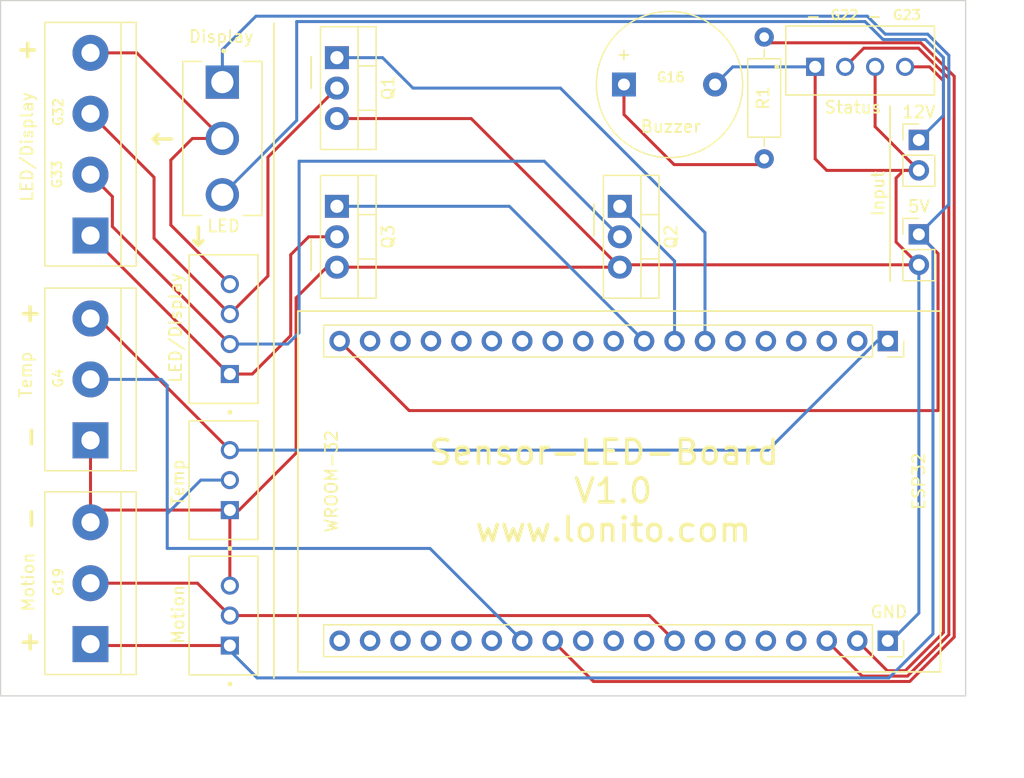
<source format=kicad_pcb>
(kicad_pcb (version 20211014) (generator pcbnew)
  (layers (0 "F.Cu" signal) (31 "B.Cu" signal) (34 "B.Paste" user) (35 "F.Paste" user) (36 "B.SilkS" user "B.Silkscreen") (37 "F.SilkS" user "F.Silkscreen") (38 "B.Mask" user) (39 "F.Mask" user) (44 "Edge.Cuts" user))
  (net 0 "")
  (net 1 "Net-(5Vx1-Pad1)")
  (net 2 "Net-(12Vx1-Pad2)")
  (net 3 "Net-(12Vx1-Pad1)")
  (net 4 "Net-(ESP32-2-Pad1)")
  (net 5 "Net-(ESP32-1-Pad2)")
  (net 6 "Net-(ESP32-1-Pad3)")
  (net 11 "Net-(ESP32-1-Pad8)")
  (net 23 "Net-(ESP32-2-Pad7)")
  (net 24 "Net-(ESP32-2-Pad8)")
  (net 25 "Net-(ESP32-2-Pad9)")
  (net 35 "Net-(J3-Pad1)")
  (net 36 "Net-(ESP32-1-Pad13)")
  (net 37 "Net-(J3-Pad2)")
  (net 38 "Net-(J3-Pad3)")
  (net 39 "Net-(J3-Pad4)")
  (net 40 "Net-(BZ1-Pad1)")
  (net 44 "Net-(ESP32-1-Pad12)")
  (footprint "B4B-XH-A_LF__SN_:JST_B4B-XH-A(LF)(SN)" (layer "F.Cu") (at 40.8 47.5 90)
    (fp_text reference "LED/Display" (at 0.1 -4 90) (layer "F.SilkS"))
    (fp_text value "B4B-XH-A(LF)(SN)")
    (fp_line (start 6.2 2.875) (end -6.2 2.875) (layer "F.SilkS") (width 0.127))
    (fp_line (start 6.2 -2.875) (end 6.2 2.875) (layer "F.SilkS") (width 0.127))
    (fp_line (start -6.2 -2.875) (end 6.2 -2.875) (layer "F.SilkS") (width 0.127))
    (fp_line (start -6.2 2.875) (end -6.2 -2.875) (layer "F.SilkS") (width 0.127))
    (fp_circle (center -6.95 0.525) (end -6.85 0.525) (layer "F.SilkS") (width 0.2) (fill none))
    (pad "1" thru_hole rect locked (at -3.75 0.525 90) (size 1.508 1.508) (drill 1) (layers *.Cu *.Mask) (net 35 "Net-(J3-Pad1)"))
    (pad "2" thru_hole circle locked (at -1.25 0.525 90) (size 1.508 1.508) (drill 1) (layers *.Cu *.Mask) (net 37 "Net-(J3-Pad2)"))
    (pad "3" thru_hole circle locked (at 1.25 0.525 90) (size 1.508 1.508) (drill 1) (layers *.Cu *.Mask) (net 38 "Net-(J3-Pad3)"))
    (pad "4" thru_hole circle locked (at 3.75 0.525 90) (size 1.508 1.508) (drill 1) (layers *.Cu *.Mask) (net 39 "Net-(J3-Pad4)"))
  )
  (footprint "B4B-XH-A_LF__SN_:JST_B4B-XH-A(LF)(SN)" (layer "F.Cu") (at 93.9 25.1)
    (fp_text reference "Status" (at -0.6 3.9) (layer "F.SilkS"))
    (fp_text value "B4B-XH-A(LF)(SN)")
    (fp_line (start 6.2 -2.875) (end 6.2 2.875) (layer "F.SilkS") (width 0.127))
    (fp_line (start 6.2 2.875) (end -6.2 2.875) (layer "F.SilkS") (width 0.127))
    (fp_line (start -6.2 -2.875) (end 6.2 -2.875) (layer "F.SilkS") (width 0.127))
    (fp_line (start -6.2 2.875) (end -6.2 -2.875) (layer "F.SilkS") (width 0.127))
    (fp_circle (center -6.95 0.525) (end -6.85 0.525) (layer "F.SilkS") (width 0.2) (fill none))
    (pad "1" thru_hole rect locked (at -3.75 0.525) (size 1.508 1.508) (drill 1) (layers *.Cu *.Mask) (net 2 "Net-(12Vx1-Pad2)"))
    (pad "2" thru_hole circle locked (at -1.25 0.525) (size 1.508 1.508) (drill 1) (layers *.Cu *.Mask) (net 6 "Net-(ESP32-1-Pad3)"))
    (pad "3" thru_hole circle locked (at 1.25 0.525) (size 1.508 1.508) (drill 1) (layers *.Cu *.Mask) (net 2 "Net-(12Vx1-Pad2)"))
    (pad "4" thru_hole circle locked (at 3.75 0.525) (size 1.508 1.508) (drill 1) (layers *.Cu *.Mask) (net 5 "Net-(ESP32-1-Pad2)"))
  )
  (footprint "Connector_PinHeader_2.54mm:PinHeader_1x02_P2.54mm_Vertical" (layer "F.Cu") (at 98.8 31.725)
    (fp_text reference "12V" (at 0 -2.33) (layer "F.SilkS"))
    (fp_text value "12V")
    (fp_line (start 1.33 1.27) (end 1.33 3.87) (layer "F.SilkS") (width 0.12))
    (fp_line (start -1.33 0) (end -1.33 -1.33) (layer "F.SilkS") (width 0.12))
    (fp_line (start -1.33 -1.33) (end 0 -1.33) (layer "F.SilkS") (width 0.12))
    (fp_line (start -1.33 1.27) (end -1.33 3.87) (layer "F.SilkS") (width 0.12))
    (fp_line (start -1.33 1.27) (end 1.33 1.27) (layer "F.SilkS") (width 0.12))
    (fp_line (start -1.33 3.87) (end 1.33 3.87) (layer "F.SilkS") (width 0.12))
    (pad "1" thru_hole rect (at 0 0) (size 1.7 1.7) (drill 1) (layers *.Cu *.Mask) (net 3 "Net-(12Vx1-Pad1)"))
    (pad "2" thru_hole oval (at 0 2.54) (size 1.7 1.7) (drill 1) (layers *.Cu *.Mask) (net 2 "Net-(12Vx1-Pad2)"))
  )
  (footprint "Connector_PinSocket_2.54mm:PinSocket_1x19_P2.54mm_Vertical" (layer "F.Cu") (at 96.2 48.5 -90)
    (fp_text reference "ESP32" (at 11.7 -2.6 90) (layer "F.SilkS"))
    (fp_text value "Conn_01x19_Female_Esp32-2")
    (fp_line (start 1.33 -1.33) (end 1.33 0) (layer "F.SilkS") (width 0.12))
    (fp_line (start -1.33 1.27) (end 1.33 1.27) (layer "F.SilkS") (width 0.12))
    (fp_line (start -1.33 47.05) (end 1.33 47.05) (layer "F.SilkS") (width 0.12))
    (fp_line (start 1.33 1.27) (end 1.33 47.05) (layer "F.SilkS") (width 0.12))
    (fp_line (start 0 -1.33) (end 1.33 -1.33) (layer "F.SilkS") (width 0.12))
    (fp_line (start -1.33 1.27) (end -1.33 47.05) (layer "F.SilkS") (width 0.12))
    (pad "1" thru_hole rect (at 0 0 270) (size 1.7 1.7) (drill 1) (layers *.Cu *.Mask) (net 4 "Net-(ESP32-2-Pad1)"))
    (pad "2" thru_hole oval (at 0 2.54 270) (size 1.7 1.7) (drill 1) (layers *.Cu *.Mask))
    (pad "3" thru_hole oval (at 0 5.08 270) (size 1.7 1.7) (drill 1) (layers *.Cu *.Mask))
    (pad "4" thru_hole oval (at 0 7.62 270) (size 1.7 1.7) (drill 1) (layers *.Cu *.Mask))
    (pad "5" thru_hole oval (at 0 10.16 270) (size 1.7 1.7) (drill 1) (layers *.Cu *.Mask))
    (pad "6" thru_hole oval (at 0 12.7 270) (size 1.7 1.7) (drill 1) (layers *.Cu *.Mask))
    (pad "7" thru_hole oval (at 0 15.24 270) (size 1.7 1.7) (drill 1) (layers *.Cu *.Mask) (net 23 "Net-(ESP32-2-Pad7)"))
    (pad "8" thru_hole oval (at 0 17.78 270) (size 1.7 1.7) (drill 1) (layers *.Cu *.Mask) (net 24 "Net-(ESP32-2-Pad8)"))
    (pad "9" thru_hole oval (at 0 20.32 270) (size 1.7 1.7) (drill 1) (layers *.Cu *.Mask) (net 25 "Net-(ESP32-2-Pad9)"))
    (pad "10" thru_hole oval (at 0 22.86 270) (size 1.7 1.7) (drill 1) (layers *.Cu *.Mask))
    (pad "11" thru_hole oval (at 0 25.4 270) (size 1.7 1.7) (drill 1) (layers *.Cu *.Mask))
    (pad "12" thru_hole oval (at 0 27.94 270) (size 1.7 1.7) (drill 1) (layers *.Cu *.Mask))
    (pad "13" thru_hole oval (at 0 30.48 270) (size 1.7 1.7) (drill 1) (layers *.Cu *.Mask))
    (pad "14" thru_hole oval (at 0 33.02 270) (size 1.7 1.7) (drill 1) (layers *.Cu *.Mask))
    (pad "15" thru_hole oval (at 0 35.56 270) (size 1.7 1.7) (drill 1) (layers *.Cu *.Mask))
    (pad "16" thru_hole oval (at 0 38.1 270) (size 1.7 1.7) (drill 1) (layers *.Cu *.Mask))
    (pad "17" thru_hole oval (at 0 40.64 270) (size 1.7 1.7) (drill 1) (layers *.Cu *.Mask))
    (pad "18" thru_hole oval (at 0 43.18 270) (size 1.7 1.7) (drill 1) (layers *.Cu *.Mask))
    (pad "19" thru_hole oval (at 0 45.72 270) (size 1.7 1.7) (drill 1) (layers *.Cu *.Mask) (net 1 "Net-(5Vx1-Pad1)"))
  )
  (footprint "500SSP1S2M2QEA:SW_500SSP1S2M2QEA" (layer "F.Cu") (at 40.7 31.6 -90)
    (fp_text reference "SW1" hide)
    (fp_text value "SW_Push_SPDT")
    (fp_line (start -6.425 3.3) (end -6.425 1.75) (layer "F.SilkS") (width 0.127))
    (fp_line (start -6.425 -3.3) (end 6.425 -3.3) (layer "F.SilkS") (width 0.127))
    (fp_line (start 6.425 1.75) (end 6.425 3.3) (layer "F.SilkS") (width 0.127))
    (fp_line (start 6.425 3.3) (end -6.425 3.3) (layer "F.SilkS") (width 0.127))
    (fp_line (start 6.425 -3.3) (end 6.425 -1.75) (layer "F.SilkS") (width 0.127))
    (fp_line (start -6.425 -1.75) (end -6.425 -3.3) (layer "F.SilkS") (width 0.127))
    (fp_circle (center -7.3 -0.1) (end -7.2 -0.1) (layer "F.SilkS") (width 0.2) (fill none))
    (pad "1" thru_hole rect locked (at -4.7 0 270) (size 2.775 2.775) (drill 1.85) (layers *.Cu *.Mask) (net 1 "Net-(5Vx1-Pad1)"))
    (pad "2" thru_hole circle locked (at 0 0 270) (size 2.775 2.775) (drill 1.85) (layers *.Cu *.Mask) (net 39 "Net-(J3-Pad4)"))
    (pad "3" thru_hole circle locked (at 4.7 0 270) (size 2.775 2.775) (drill 1.85) (layers *.Cu *.Mask) (net 3 "Net-(12Vx1-Pad1)"))
  )
  (footprint "Buzzer_Beeper:Buzzer_12x9.5RM7.6" (layer "F.Cu") (at 74.2 27.1)
    (fp_text reference "Buzzer" (at 3.9 3.5) (layer "F.SilkS"))
    (fp_text value "Buzzer")
    (fp_text user "+" (at -0.01 -2.54) (layer "F.SilkS"))
    (fp_circle (center 3.8 0) (end 9.9 0) (layer "F.SilkS") (width 0.12) (fill none))
    (pad "1" thru_hole rect (at 0 0) (size 2 2) (drill 1) (layers *.Cu *.Mask) (net 40 "Net-(BZ1-Pad1)"))
    (pad "2" thru_hole circle (at 7.6 0) (size 2 2) (drill 1) (layers *.Cu *.Mask) (net 2 "Net-(12Vx1-Pad2)"))
  )
  (footprint "Connector_PinHeader_2.54mm:PinHeader_1x02_P2.54mm_Vertical" (layer "F.Cu") (at 98.8 39.6)
    (fp_text reference "5V" (at 0 -2.33) (layer "F.SilkS"))
    (fp_text value "Conn_01x02_Male")
    (fp_line (start -1.33 -1.33) (end 0 -1.33) (layer "F.SilkS") (width 0.12))
    (fp_line (start -1.33 1.27) (end -1.33 3.87) (layer "F.SilkS") (width 0.12))
    (fp_line (start -1.33 3.87) (end 1.33 3.87) (layer "F.SilkS") (width 0.12))
    (fp_line (start 1.33 1.27) (end 1.33 3.87) (layer "F.SilkS") (width 0.12))
    (fp_line (start -1.33 0) (end -1.33 -1.33) (layer "F.SilkS") (width 0.12))
    (fp_line (start -1.33 1.27) (end 1.33 1.27) (layer "F.SilkS") (width 0.12))
    (pad "1" thru_hole rect (at 0 0) (size 1.7 1.7) (drill 1) (layers *.Cu *.Mask) (net 1 "Net-(5Vx1-Pad1)"))
    (pad "2" thru_hole oval (at 0 2.54) (size 1.7 1.7) (drill 1) (layers *.Cu *.Mask) (net 2 "Net-(12Vx1-Pad2)"))
  )
  (footprint "B3B-XH-A_LF__SN_:JST_B3B-XH-A(LF)(SN)" (layer "F.Cu") (at 40.8 60.1 90)
    (fp_text reference "Temp" (at -0.2 -3.8 90) (layer "F.SilkS"))
    (fp_text value "Temp Sensor Out")
    (fp_line (start 4.95 2.875) (end -4.95 2.875) (layer "F.SilkS") (width 0.127))
    (fp_line (start -4.95 2.875) (end -4.95 -2.875) (layer "F.SilkS") (width 0.127))
    (fp_line (start 4.95 -2.875) (end 4.95 2.875) (layer "F.SilkS") (width 0.127))
    (fp_line (start -4.95 -2.875) (end 4.95 -2.875) (layer "F.SilkS") (width 0.127))
    (fp_circle (center -5.7 0.525) (end -5.6 0.525) (layer "F.SilkS") (width 0.2) (fill none))
    (pad "1" thru_hole rect locked (at -2.5 0.525 90) (size 1.508 1.508) (drill 1) (layers *.Cu *.Mask) (net 2 "Net-(12Vx1-Pad2)"))
    (pad "2" thru_hole circle locked (at 0 0.525 90) (size 1.508 1.508) (drill 1) (layers *.Cu *.Mask) (net 36 "Net-(ESP32-1-Pad13)"))
    (pad "3" thru_hole circle locked (at 2.5 0.525 90) (size 1.508 1.508) (drill 1) (layers *.Cu *.Mask) (net 4 "Net-(ESP32-2-Pad1)"))
  )
  (footprint "B3B-XH-A_LF__SN_:JST_B3B-XH-A(LF)(SN)" (layer "F.Cu") (at 40.8 71.4 90)
    (fp_text reference "Motion" (at 0.1 -3.8 90) (layer "F.SilkS"))
    (fp_text value "Motion Sensor Out")
    (fp_line (start -4.95 2.875) (end -4.95 -2.875) (layer "F.SilkS") (width 0.127))
    (fp_line (start -4.95 -2.875) (end 4.95 -2.875) (layer "F.SilkS") (width 0.127))
    (fp_line (start 4.95 -2.875) (end 4.95 2.875) (layer "F.SilkS") (width 0.127))
    (fp_line (start 4.95 2.875) (end -4.95 2.875) (layer "F.SilkS") (width 0.127))
    (fp_circle (center -5.7 0.525) (end -5.6 0.525) (layer "F.SilkS") (width 0.2) (fill none))
    (pad "1" thru_hole rect locked (at -2.5 0.525 90) (size 1.508 1.508) (drill 1) (layers *.Cu *.Mask) (net 1 "Net-(5Vx1-Pad1)"))
    (pad "2" thru_hole circle locked (at 0 0.525 90) (size 1.508 1.508) (drill 1) (layers *.Cu *.Mask) (net 11 "Net-(ESP32-1-Pad8)"))
    (pad "3" thru_hole circle locked (at 2.5 0.525 90) (size 1.508 1.508) (drill 1) (layers *.Cu *.Mask) (net 2 "Net-(12Vx1-Pad2)"))
  )
  (footprint "TerminalBlock:TerminalBlock_bornier-4_P5.08mm" (layer "F.Cu") (at 29.7 39.7 90)
    (fp_text reference "LED/Display" (at 7.4 -5.3 90) (layer "F.SilkS"))
    (fp_text value "Screw_Terminal_01x04")
    (fp_line (start -2.54 -3.81) (end -2.54 3.81) (layer "F.SilkS") (width 0.12))
    (fp_line (start -2.54 3.81) (end 17.78 3.81) (layer "F.SilkS") (width 0.12))
    (fp_line (start 17.78 3.81) (end 17.78 -3.81) (layer "F.SilkS") (width 0.12))
    (fp_line (start 17.78 2.54) (end -2.54 2.54) (layer "F.SilkS") (width 0.12))
    (fp_line (start -2.54 -3.81) (end 17.78 -3.81) (layer "F.SilkS") (width 0.12))
    (pad "1" thru_hole rect (at 0 0 90) (size 3 3) (drill 1.52) (layers *.Cu *.Mask) (net 35 "Net-(J3-Pad1)"))
    (pad "2" thru_hole circle (at 5.08 0 90) (size 3 3) (drill 1.52) (layers *.Cu *.Mask) (net 37 "Net-(J3-Pad2)"))
    (pad "3" thru_hole circle (at 10.16 0 90) (size 3 3) (drill 1.52) (layers *.Cu *.Mask) (net 38 "Net-(J3-Pad3)"))
    (pad "4" thru_hole circle (at 15.24 0 90) (size 3 3) (drill 1.52) (layers *.Cu *.Mask) (net 39 "Net-(J3-Pad4)"))
  )
  (footprint "Connector_PinSocket_2.54mm:PinSocket_1x19_P2.54mm_Vertical" (layer "F.Cu") (at 96.2 73.5 -90)
    (fp_text reference "WROOM-32" (at -13.3 46.4 90) (layer "F.SilkS"))
    (fp_text value "Conn_01x19_Female_Esp32-1")
    (fp_line (start -1.33 1.27) (end 1.33 1.27) (layer "F.SilkS") (width 0.12))
    (fp_line (start 0 -1.33) (end 1.33 -1.33) (layer "F.SilkS") (width 0.12))
    (fp_line (start 1.33 1.27) (end 1.33 47.05) (layer "F.SilkS") (width 0.12))
    (fp_line (start 1.33 -1.33) (end 1.33 0) (layer "F.SilkS") (width 0.12))
    (fp_line (start -1.33 1.27) (end -1.33 47.05) (layer "F.SilkS") (width 0.12))
    (fp_line (start -1.33 47.05) (end 1.33 47.05) (layer "F.SilkS") (width 0.12))
    (pad "1" thru_hole rect (at 0 0 270) (size 1.7 1.7) (drill 1) (layers *.Cu *.Mask) (net 2 "Net-(12Vx1-Pad2)"))
    (pad "2" thru_hole oval (at 0 2.54 270) (size 1.7 1.7) (drill 1) (layers *.Cu *.Mask) (net 5 "Net-(ESP32-1-Pad2)"))
    (pad "3" thru_hole oval (at 0 5.08 270) (size 1.7 1.7) (drill 1) (layers *.Cu *.Mask) (net 6 "Net-(ESP32-1-Pad3)"))
    (pad "4" thru_hole oval (at 0 7.62 270) (size 1.7 1.7) (drill 1) (layers *.Cu *.Mask))
    (pad "5" thru_hole oval (at 0 10.16 270) (size 1.7 1.7) (drill 1) (layers *.Cu *.Mask))
    (pad "6" thru_hole oval (at 0 12.7 270) (size 1.7 1.7) (drill 1) (layers *.Cu *.Mask))
    (pad "7" thru_hole oval (at 0 15.24 270) (size 1.7 1.7) (drill 1) (layers *.Cu *.Mask))
    (pad "8" thru_hole oval (at 0 17.78 270) (size 1.7 1.7) (drill 1) (layers *.Cu *.Mask) (net 11 "Net-(ESP32-1-Pad8)"))
    (pad "9" thru_hole oval (at 0 20.32 270) (size 1.7 1.7) (drill 1) (layers *.Cu *.Mask))
    (pad "10" thru_hole oval (at 0 22.86 270) (size 1.7 1.7) (drill 1) (layers *.Cu *.Mask))
    (pad "11" thru_hole oval (at 0 25.4 270) (size 1.7 1.7) (drill 1) (layers *.Cu *.Mask))
    (pad "12" thru_hole oval (at 0 27.94 270) (size 1.7 1.7) (drill 1) (layers *.Cu *.Mask) (net 44 "Net-(ESP32-1-Pad12)"))
    (pad "13" thru_hole oval (at 0 30.48 270) (size 1.7 1.7) (drill 1) (layers *.Cu *.Mask) (net 36 "Net-(ESP32-1-Pad13)"))
    (pad "14" thru_hole oval (at 0 33.02 270) (size 1.7 1.7) (drill 1) (layers *.Cu *.Mask))
    (pad "15" thru_hole oval (at 0 35.56 270) (size 1.7 1.7) (drill 1) (layers *.Cu *.Mask))
    (pad "16" thru_hole oval (at 0 38.1 270) (size 1.7 1.7) (drill 1) (layers *.Cu *.Mask))
    (pad "17" thru_hole oval (at 0 40.64 270) (size 1.7 1.7) (drill 1) (layers *.Cu *.Mask))
    (pad "18" thru_hole oval (at 0 43.18 270) (size 1.7 1.7) (drill 1) (layers *.Cu *.Mask))
    (pad "19" thru_hole oval (at 0 45.72 270) (size 1.7 1.7) (drill 1) (layers *.Cu *.Mask))
  )
  (footprint "Package_TO_SOT_THT:TO-220-3_Vertical" (layer "F.Cu") (at 50.255 37.26 -90)
    (fp_text reference "Q3" (at 2.54 -4.27 90) (layer "F.SilkS"))
    (fp_text value "IRLZ34N")
    (fp_line (start 4.391 -3.27) (end 4.391 -1.76) (layer "F.SilkS") (width 0.12))
    (fp_line (start -2.58 -3.27) (end 7.66 -3.27) (layer "F.SilkS") (width 0.12))
    (fp_line (start -2.58 1.371) (end 7.66 1.371) (layer "F.SilkS") (width 0.12))
    (fp_line (start -2.58 -3.27) (end -2.58 1.371) (layer "F.SilkS") (width 0.12))
    (fp_line (start 0.69 -3.27) (end 0.69 -1.76) (layer "F.SilkS") (width 0.12))
    (fp_line (start 7.66 -3.27) (end 7.66 1.371) (layer "F.SilkS") (width 0.12))
    (fp_line (start -2.58 -1.76) (end 7.66 -1.76) (layer "F.SilkS") (width 0.12))
    (pad "1" thru_hole rect (at 0 0 270) (size 1.905 2) (drill 1.1) (layers *.Cu *.Mask) (net 25 "Net-(ESP32-2-Pad9)"))
    (pad "2" thru_hole oval (at 2.54 0 270) (size 1.905 2) (drill 1.1) (layers *.Cu *.Mask) (net 35 "Net-(J3-Pad1)"))
    (pad "3" thru_hole oval (at 5.08 0 270) (size 1.905 2) (drill 1.1) (layers *.Cu *.Mask) (net 2 "Net-(12Vx1-Pad2)"))
  )
  (footprint "Package_TO_SOT_THT:TO-220-3_Vertical" (layer "F.Cu") (at 50.255 24.86 -90)
    (fp_text reference "Q1" (at 2.54 -4.27 90) (layer "F.SilkS"))
    (fp_text value "IRLZ34N")
    (fp_line (start 4.391 -3.27) (end 4.391 -1.76) (layer "F.SilkS") (width 0.12))
    (fp_line (start -2.58 1.371) (end 7.66 1.371) (layer "F.SilkS") (width 0.12))
    (fp_line (start -2.58 -1.76) (end 7.66 -1.76) (layer "F.SilkS") (width 0.12))
    (fp_line (start -2.58 -3.27) (end 7.66 -3.27) (layer "F.SilkS") (width 0.12))
    (fp_line (start 0.69 -3.27) (end 0.69 -1.76) (layer "F.SilkS") (width 0.12))
    (fp_line (start -2.58 -3.27) (end -2.58 1.371) (layer "F.SilkS") (width 0.12))
    (fp_line (start 7.66 -3.27) (end 7.66 1.371) (layer "F.SilkS") (width 0.12))
    (pad "1" thru_hole rect (at 0 0 270) (size 1.905 2) (drill 1.1) (layers *.Cu *.Mask) (net 23 "Net-(ESP32-2-Pad7)"))
    (pad "2" thru_hole oval (at 2.54 0 270) (size 1.905 2) (drill 1.1) (layers *.Cu *.Mask) (net 38 "Net-(J3-Pad3)"))
    (pad "3" thru_hole oval (at 5.08 0 270) (size 1.905 2) (drill 1.1) (layers *.Cu *.Mask) (net 2 "Net-(12Vx1-Pad2)"))
  )
  (footprint "Package_TO_SOT_THT:TO-220-3_Vertical" (layer "F.Cu") (at 73.855 37.26 -90)
    (fp_text reference "Q2" (at 2.54 -4.27 90) (layer "F.SilkS"))
    (fp_text value "IRLZ34N")
    (fp_line (start 7.66 -3.27) (end 7.66 1.371) (layer "F.SilkS") (width 0.12))
    (fp_line (start -2.58 -3.27) (end 7.66 -3.27) (layer "F.SilkS") (width 0.12))
    (fp_line (start -2.58 1.371) (end 7.66 1.371) (layer "F.SilkS") (width 0.12))
    (fp_line (start 4.391 -3.27) (end 4.391 -1.76) (layer "F.SilkS") (width 0.12))
    (fp_line (start -2.58 -3.27) (end -2.58 1.371) (layer "F.SilkS") (width 0.12))
    (fp_line (start -2.58 -1.76) (end 7.66 -1.76) (layer "F.SilkS") (width 0.12))
    (fp_line (start 0.69 -3.27) (end 0.69 -1.76) (layer "F.SilkS") (width 0.12))
    (pad "1" thru_hole rect (at 0 0 270) (size 1.905 2) (drill 1.1) (layers *.Cu *.Mask) (net 24 "Net-(ESP32-2-Pad8)"))
    (pad "2" thru_hole oval (at 2.54 0 270) (size 1.905 2) (drill 1.1) (layers *.Cu *.Mask) (net 37 "Net-(J3-Pad2)"))
    (pad "3" thru_hole oval (at 5.08 0 270) (size 1.905 2) (drill 1.1) (layers *.Cu *.Mask) (net 2 "Net-(12Vx1-Pad2)"))
  )
  (footprint "TerminalBlock:TerminalBlock_bornier-3_P5.08mm" (layer "F.Cu") (at 29.7 73.78 90)
    (fp_text reference "Motion" (at 5.18 -5.2 90) (layer "F.SilkS"))
    (fp_text value "Screw_Terminal_01x03-1")
    (fp_line (start -2.54 -3.81) (end 12.7 -3.81) (layer "F.SilkS") (width 0.12))
    (fp_line (start -2.54 2.54) (end 12.7 2.54) (layer "F.SilkS") (width 0.12))
    (fp_line (start -2.54 3.81) (end 12.7 3.81) (layer "F.SilkS") (width 0.12))
    (fp_line (start 12.7 3.81) (end 12.7 -3.81) (layer "F.SilkS") (width 0.12))
    (fp_line (start -2.54 3.81) (end -2.54 -3.81) (layer "F.SilkS") (width 0.12))
    (pad "1" thru_hole rect (at 0 0 90) (size 3 3) (drill 1.52) (layers *.Cu *.Mask) (net 1 "Net-(5Vx1-Pad1)"))
    (pad "2" thru_hole circle (at 5.08 0 90) (size 3 3) (drill 1.52) (layers *.Cu *.Mask) (net 11 "Net-(ESP32-1-Pad8)"))
    (pad "3" thru_hole circle (at 10.16 0 90) (size 3 3) (drill 1.52) (layers *.Cu *.Mask) (net 2 "Net-(12Vx1-Pad2)"))
  )
  (footprint "TerminalBlock:TerminalBlock_bornier-3_P5.08mm" (layer "F.Cu") (at 29.7 56.78 90)
    (fp_text reference "Temp" (at 5.48 -5.4 90) (layer "F.SilkS"))
    (fp_text value "Screw_Terminal_01x03-2")
    (fp_line (start -2.54 3.81) (end -2.54 -3.81) (layer "F.SilkS") (width 0.12))
    (fp_line (start -2.54 -3.81) (end 12.7 -3.81) (layer "F.SilkS") (width 0.12))
    (fp_line (start -2.54 3.81) (end 12.7 3.81) (layer "F.SilkS") (width 0.12))
    (fp_line (start 12.7 3.81) (end 12.7 -3.81) (layer "F.SilkS") (width 0.12))
    (fp_line (start -2.54 2.54) (end 12.7 2.54) (layer "F.SilkS") (width 0.12))
    (pad "1" thru_hole rect (at 0 0 90) (size 3 3) (drill 1.52) (layers *.Cu *.Mask) (net 2 "Net-(12Vx1-Pad2)"))
    (pad "2" thru_hole circle (at 5.08 0 90) (size 3 3) (drill 1.52) (layers *.Cu *.Mask) (net 36 "Net-(ESP32-1-Pad13)"))
    (pad "3" thru_hole circle (at 10.16 0 90) (size 3 3) (drill 1.52) (layers *.Cu *.Mask) (net 4 "Net-(ESP32-2-Pad1)"))
  )
  (footprint "Resistor_THT:R_Axial_DIN0207_L6.3mm_D2.5mm_P10.16mm_Horizontal" (layer "F.Cu") (at 85.9 33.3 90)
    (fp_text reference "R1" (at 5.08 -0.1 90) (layer "F.SilkS"))
    (fp_text value "R")
    (fp_line (start 1.81 -1.37) (end 1.81 1.37) (layer "F.SilkS") (width 0.12))
    (fp_line (start 8.35 -1.37) (end 1.81 -1.37) (layer "F.SilkS") (width 0.12))
    (fp_line (start 8.35 1.37) (end 8.35 -1.37) (layer "F.SilkS") (width 0.12))
    (fp_line (start 1.04 0) (end 1.81 0) (layer "F.SilkS") (width 0.12))
    (fp_line (start 1.81 1.37) (end 8.35 1.37) (layer "F.SilkS") (width 0.12))
    (fp_line (start 9.12 0) (end 8.35 0) (layer "F.SilkS") (width 0.12))
    (pad "1" thru_hole circle (at 0 0 90) (size 1.6 1.6) (drill 0.8) (layers *.Cu *.Mask) (net 40 "Net-(BZ1-Pad1)"))
    (pad "2" thru_hole oval (at 10.16 0 90) (size 1.6 1.6) (drill 0.8) (layers *.Cu *.Mask) (net 44 "Net-(ESP32-1-Pad12)"))
  )
  (gr_line (start 48.1 24.8) (end 48.1 27.4) (layer "F.SilkS") (width 0.15))
  (gr_line (start 48.1 40) (end 48.1 42.6) (layer "F.SilkS") (width 0.15))
  (gr_line (start 71.7 37.1) (end 71.7 39.7) (layer "F.SilkS") (width 0.15))
  (gr_line (start 47 46) (end 100.6 46) (layer "F.SilkS") (width 0.15))
  (gr_line (start 45 22) (end 45 76.6) (layer "F.SilkS") (width 0.15))
  (gr_line (start 100.6 46) (end 100.6 76.1) (layer "F.SilkS") (width 0.15))
  (gr_line (start 100.6 76.1) (end 47 76.1) (layer "F.SilkS") (width 0.15))
  (gr_line (start 47 46) (end 47 76.1) (layer "F.SilkS") (width 0.15))
  (gr_line (start 96.4 28.9) (end 96.4 43.5) (layer "F.SilkS") (width 0.15))
  (gr_line (start 22.2 78.1) (end 22.2 20.1) (layer "Edge.Cuts") (width 0.1))
  (gr_line (start 22.2 20.1) (end 102.7 20.1) (layer "Edge.Cuts") (width 0.1))
  (gr_line (start 102.7 20.1) (end 102.7 78.1) (layer "Edge.Cuts") (width 0.1))
  (gr_line (start 102.7 78.1) (end 22.2 78.1) (layer "Edge.Cuts") (width 0.1))
  (gr_text "G33" (at 26.9 34.6 90) (layer "F.SilkS") (effects (font (size 0.8 0.8))))
  (gr_text "+" (at 24.66 46.1125) (layer "F.SilkS") (effects (font (size 1.5 1.5) (thickness 0.3))))
  (gr_text "-" (at 90 21.4) (layer "F.SilkS") (effects (font (size 1 1))))
  (gr_text "G23" (at 97.8 21.3) (layer "F.SilkS") (effects (font (size 0.8 0.8))))
  (gr_text "G19" (at 27 68.6 90) (layer "F.SilkS") (effects (font (size 0.8 0.8))))
  (gr_text "-" (at 95.1 21.4) (layer "F.SilkS") (effects (font (size 1 1))))
  (gr_text "G32" (at 27 29.4 90) (layer "F.SilkS") (effects (font (size 0.8 0.8))))
  (gr_text "LED" (at 40.8 38.9) (layer "F.SilkS") (effects (font (size 1 1))))
  (gr_text "-" (at 24.66 56.5125 90) (layer "F.SilkS") (effects (font (size 1.5 1.5) (thickness 0.3))))
  (gr_text "-\n" (at 24.66 63.3125 90) (layer "F.SilkS") (effects (font (size 1.5 1.5) (thickness 0.3))))
  (gr_text "GND" (at 96.3 71.1) (layer "F.SilkS") (effects (font (size 1 1))))
  (gr_text "Input" (at 95.4 36.2 90) (layer "F.SilkS") (effects (font (size 1 1))))
  (gr_text "G22" (at 92.6 21.3) (layer "F.SilkS") (effects (font (size 0.8 0.8))))
  (gr_text "G4" (at 27 51.6 90) (layer "F.SilkS") (effects (font (size 0.8 0.8))))
  (gr_text "Sensor-LED-Board \nV1.0\nwww.lonito.com" (at 73.3 61) (layer "F.SilkS") (effects (font (size 2 2) (thickness 0.3))))
  (gr_text "Display" (at 40.6 23.1) (layer "F.SilkS") (effects (font (size 1 1))))
  (gr_text "+" (at 24.66 73.5125) (layer "F.SilkS") (effects (font (size 1.5 1.5) (thickness 0.3))))
  (gr_text "+" (at 24.46 24.1125) (layer "F.SilkS") (effects (font (size 1.5 1.5) (thickness 0.3))))
  (gr_text "↓" (at 38.7 39.6) (layer "F.SilkS") (effects (font (size 2 2) (thickness 0.3))))
  (gr_text "G16" (at 78.1 26.5) (layer "F.SilkS") (effects (font (size 0.8 0.8))))
  (gr_text "←" (at 35.7 31.5) (layer "F.SilkS") (effects (font (size 2 2) (thickness 0.3))))
  (segment (start 29.82 73.9) (end 29.7 73.78) (width 0.25) (layer "F.Cu") (net 1))
  (segment (start 41.325 73.9) (end 29.82 73.9) (width 0.25) (layer "F.Cu") (net 1))
  (segment (start 98.8 39.6) (end 100.4 41.2) (width 0.25) (layer "F.Cu") (net 1))
  (segment (start 100.4 41.2) (end 100.4 54.3) (width 0.25) (layer "F.Cu") (net 1))
  (segment (start 100.4 54.3) (end 56.28 54.3) (width 0.25) (layer "F.Cu") (net 1))
  (segment (start 56.28 54.3) (end 50.48 48.5) (width 0.25) (layer "F.Cu") (net 1))
  (segment (start 99.975 72.925) (end 96.3 76.6) (width 0.25) (layer "B.Cu") (net 1))
  (segment (start 94.5 21.4) (end 96 22.9) (width 0.25) (layer "B.Cu") (net 1))
  (segment (start 98.8 39.6) (end 99.975 40.775) (width 0.25) (layer "B.Cu") (net 1))
  (segment (start 96 22.9) (end 99.536396 22.9) (width 0.25) (layer "B.Cu") (net 1))
  (segment (start 43.5 21.4) (end 94.5 21.4) (width 0.25) (layer "B.Cu") (net 1))
  (segment (start 99.975 40.775) (end 99.975 72.925) (width 0.25) (layer "B.Cu") (net 1))
  (segment (start 101.3 24.663604) (end 101.3 37.1) (width 0.25) (layer "B.Cu") (net 1))
  (segment (start 40.7 24.2) (end 43.5 21.4) (width 0.25) (layer "B.Cu") (net 1))
  (segment (start 101.3 37.1) (end 98.8 39.6) (width 0.25) (layer "B.Cu") (net 1))
  (segment (start 99.536396 22.9) (end 101.3 24.663604) (width 0.25) (layer "B.Cu") (net 1))
  (segment (start 41.325 74.325) (end 41.325 73.9) (width 0.25) (layer "B.Cu") (net 1))
  (segment (start 43.6 76.6) (end 41.325 74.325) (width 0.25) (layer "B.Cu") (net 1))
  (segment (start 40.7 26.9) (end 40.7 24.2) (width 0.25) (layer "B.Cu") (net 1))
  (segment (start 96.3 76.6) (end 43.6 76.6) (width 0.25) (layer "B.Cu") (net 1))
  (segment (start 96.9 40.24) (end 98.8 42.14) (width 0.25) (layer "F.Cu") (net 2))
  (segment (start 74.055 42.14) (end 73.855 42.34) (width 0.25) (layer "F.Cu") (net 2))
  (segment (start 90.15 25.625) (end 90.15 33.3) (width 0.25) (layer "F.Cu") (net 2))
  (segment (start 30.72 62.6) (end 29.7 63.62) (width 0.25) (layer "F.Cu") (net 2))
  (segment (start 50.255 29.94) (end 61.455 29.94) (width 0.25) (layer "F.Cu") (net 2))
  (segment (start 41.325 68.9) (end 41.325 62.6) (width 0.25) (layer "F.Cu") (net 2))
  (segment (start 61.455 29.94) (end 73.855 42.34) (width 0.25) (layer "F.Cu") (net 2))
  (segment (start 49.41 42.34) (end 50.255 42.34) (width 0.25) (layer "F.Cu") (net 2))
  (segment (start 29.7 63.62) (end 29.7 56.78) (width 0.25) (layer "F.Cu") (net 2))
  (segment (start 98.8 34.265) (end 95.15 30.615) (width 0.25) (layer "F.Cu") (net 2))
  (segment (start 95.15 30.615) (end 95.15 25.625) (width 0.25) (layer "F.Cu") (net 2))
  (segment (start 97.535 34.265) (end 96.9 34.9) (width 0.25) (layer "F.Cu") (net 2))
  (segment (start 91.115 34.265) (end 98.8 34.265) (width 0.25) (layer "F.Cu") (net 2))
  (segment (start 42.1 62.6) (end 46.85 57.85) (width 0.25) (layer "F.Cu") (net 2))
  (segment (start 98.8 42.14) (end 74.055 42.14) (width 0.25) (layer "F.Cu") (net 2))
  (segment (start 50.255 42.34) (end 73.855 42.34) (width 0.25) (layer "F.Cu") (net 2))
  (segment (start 90.15 33.3) (end 91.115 34.265) (width 0.25) (layer "F.Cu") (net 2))
  (segment (start 46.85 57.85) (end 46.85 44.9) (width 0.25) (layer "F.Cu") (net 2))
  (segment (start 96.9 34.9) (end 96.9 40.24) (width 0.25) (layer "F.Cu") (net 2))
  (segment (start 41.325 62.6) (end 42.1 62.6) (width 0.25) (layer "F.Cu") (net 2))
  (segment (start 98.8 34.265) (end 97.535 34.265) (width 0.25) (layer "F.Cu") (net 2))
  (segment (start 46.85 44.9) (end 49.41 42.34) (width 0.25) (layer "F.Cu") (net 2))
  (segment (start 41.325 62.6) (end 30.72 62.6) (width 0.25) (layer "F.Cu") (net 2))
  (segment (start 90.15 25.625) (end 83.275 25.625) (width 0.25) (layer "B.Cu") (net 2))
  (segment (start 96.5 73.5) (end 96.2 73.5) (width 0.25) (layer "B.Cu") (net 2))
  (segment (start 98.8 71.2) (end 96.5 73.5) (width 0.25) (layer "B.Cu") (net 2))
  (segment (start 83.275 25.625) (end 81.8 27.1) (width 0.25) (layer "B.Cu") (net 2))
  (segment (start 98.8 42.14) (end 98.8 71.2) (width 0.25) (layer "B.Cu") (net 2))
  (segment (start 95.813604 23.35) (end 94.313604 21.85) (width 0.25) (layer "B.Cu") (net 3))
  (segment (start 100.85 29.675) (end 100.85 24.85) (width 0.25) (layer "B.Cu") (net 3))
  (segment (start 100.85 24.85) (end 99.35 23.35) (width 0.25) (layer "B.Cu") (net 3))
  (segment (start 46.9 30.1) (end 40.7 36.3) (width 0.25) (layer "B.Cu") (net 3))
  (segment (start 94.313604 21.85) (end 46.9 21.85) (width 0.25) (layer "B.Cu") (net 3))
  (segment (start 98.8 31.725) (end 100.85 29.675) (width 0.25) (layer "B.Cu") (net 3))
  (segment (start 46.9 21.85) (end 46.9 30.1) (width 0.25) (layer "B.Cu") (net 3))
  (segment (start 99.35 23.35) (end 95.813604 23.35) (width 0.25) (layer "B.Cu") (net 3))
  (segment (start 30.345 46.62) (end 29.7 46.62) (width 0.25) (layer "F.Cu") (net 4))
  (segment (start 41.325 57.6) (end 30.345 46.62) (width 0.25) (layer "F.Cu") (net 4))
  (segment (start 86.221701 57.6) (end 95.321701 48.5) (width 0.25) (layer "B.Cu") (net 4))
  (segment (start 95.321701 48.5) (end 96.2 48.5) (width 0.25) (layer "B.Cu") (net 4))
  (segment (start 41.325 57.6) (end 86.221701 57.6) (width 0.25) (layer "B.Cu") (net 4))
  (segment (start 97.65 25.625) (end 99.688604 25.625) (width 0.25) (layer "F.Cu") (net 5))
  (segment (start 97.663604 76) (end 96.16 76) (width 0.25) (layer "F.Cu") (net 5))
  (segment (start 100.85 26.786396) (end 100.85 72.813604) (width 0.25) (layer "F.Cu") (net 5))
  (segment (start 100.85 72.813604) (end 97.663604 76) (width 0.25) (layer "F.Cu") (net 5))
  (segment (start 99.688604 25.625) (end 100.85 26.786396) (width 0.25) (layer "F.Cu") (net 5))
  (segment (start 96.16 76) (end 93.66 73.5) (width 0.25) (layer "F.Cu") (net 5))
  (segment (start 92.65 25.625) (end 94.205 24.07) (width 0.25) (layer "F.Cu") (net 6))
  (segment (start 94.205 24.07) (end 98.77 24.07) (width 0.25) (layer "F.Cu") (net 6))
  (segment (start 94.07 76.45) (end 91.12 73.5) (width 0.25) (layer "F.Cu") (net 6))
  (segment (start 101.3 26.6) (end 101.3 73) (width 0.25) (layer "F.Cu") (net 6))
  (segment (start 97.85 76.45) (end 94.07 76.45) (width 0.25) (layer "F.Cu") (net 6))
  (segment (start 101.3 73) (end 97.85 76.45) (width 0.25) (layer "F.Cu") (net 6))
  (segment (start 98.77 24.07) (end 101.3 26.6) (width 0.25) (layer "F.Cu") (net 6))
  (segment (start 38.625 68.7) (end 29.7 68.7) (width 0.25) (layer "F.Cu") (net 11))
  (segment (start 41.325 71.4) (end 76.32 71.4) (width 0.25) (layer "F.Cu") (net 11))
  (segment (start 76.32 71.4) (end 78.42 73.5) (width 0.25) (layer "F.Cu") (net 11))
  (segment (start 41.325 71.4) (end 38.625 68.7) (width 0.25) (layer "F.Cu") (net 11))
  (segment (start 80.96 39.46) (end 68.9 27.4) (width 0.25) (layer "B.Cu") (net 23))
  (segment (start 54.06 24.86) (end 50.255 24.86) (width 0.25) (layer "B.Cu") (net 23))
  (segment (start 56.6 27.4) (end 54.06 24.86) (width 0.25) (layer "B.Cu") (net 23))
  (segment (start 68.9 27.4) (end 56.6 27.4) (width 0.25) (layer "B.Cu") (net 23))
  (segment (start 80.96 48.5) (end 80.96 39.46) (width 0.25) (layer "B.Cu") (net 23))
  (segment (start 78.42 48.5) (end 78.42 41.825) (width 0.25) (layer "B.Cu") (net 24))
  (segment (start 78.42 41.825) (end 73.855 37.26) (width 0.25) (layer "B.Cu") (net 24))
  (segment (start 75.88 48.5) (end 64.64 37.26) (width 0.25) (layer "B.Cu") (net 25))
  (segment (start 64.64 37.26) (end 50.255 37.26) (width 0.25) (layer "B.Cu") (net 25))
  (segment (start 43.199158 51.25) (end 46.4 48.049158) (width 0.25) (layer "F.Cu") (net 35))
  (segment (start 41.325 51.25) (end 41.25 51.25) (width 0.25) (layer "F.Cu") (net 35))
  (segment (start 46.4 41.3) (end 47.9 39.8) (width 0.25) (layer "F.Cu") (net 35))
  (segment (start 41.325 51.25) (end 43.199158 51.25) (width 0.25) (layer "F.Cu") (net 35))
  (segment (start 46.4 48.049158) (end 46.4 41.3) (width 0.25) (layer "F.Cu") (net 35))
  (segment (start 47.9 39.8) (end 50.255 39.8) (width 0.25) (layer "F.Cu") (net 35))
  (segment (start 41.25 51.25) (end 29.7 39.7) (width 0.25) (layer "F.Cu") (net 35))
  (segment (start 35.6 51.7) (end 36.1 52.2) (width 0.25) (layer "B.Cu") (net 36))
  (segment (start 36.1 62.9) (end 36.1 65.8) (width 0.25) (layer "B.Cu") (net 36))
  (segment (start 38.9 60.1) (end 36.1 62.9) (width 0.25) (layer "B.Cu") (net 36))
  (segment (start 29.7 51.7) (end 35.6 51.7) (width 0.25) (layer "B.Cu") (net 36))
  (segment (start 58.02 65.8) (end 65.72 73.5) (width 0.25) (layer "B.Cu") (net 36))
  (segment (start 36.1 65.8) (end 58.02 65.8) (width 0.25) (layer "B.Cu") (net 36))
  (segment (start 41.325 60.1) (end 38.9 60.1) (width 0.25) (layer "B.Cu") (net 36))
  (segment (start 36.1 52.2) (end 36.1 62.9) (width 0.25) (layer "B.Cu") (net 36))
  (segment (start 41.325 48.75) (end 31.525 38.95) (width 0.25) (layer "F.Cu") (net 37))
  (segment (start 31.525 38.95) (end 31.525 36.445) (width 0.25) (layer "F.Cu") (net 37))
  (segment (start 31.525 36.445) (end 29.7 34.62) (width 0.25) (layer "F.Cu") (net 37))
  (segment (start 46.15 48.75) (end 47.1 47.8) (width 0.25) (layer "B.Cu") (net 37))
  (segment (start 47.1 47.8) (end 47.1 33.5) (width 0.25) (layer "B.Cu") (net 37))
  (segment (start 47.1 33.5) (end 67.555 33.5) (width 0.25) (layer "B.Cu") (net 37))
  (segment (start 67.555 33.5) (end 73.855 39.8) (width 0.25) (layer "B.Cu") (net 37))
  (segment (start 41.325 48.75) (end 46.15 48.75) (width 0.25) (layer "B.Cu") (net 37))
  (segment (start 50.255 27.4) (end 44.5 33.155) (width 0.25) (layer "F.Cu") (net 38))
  (segment (start 44.5 43.075) (end 41.325 46.25) (width 0.25) (layer "F.Cu") (net 38))
  (segment (start 29.7 29.54) (end 35 34.84) (width 0.25) (layer "F.Cu") (net 38))
  (segment (start 44.5 33.155) (end 44.5 43.075) (width 0.25) (layer "F.Cu") (net 38))
  (segment (start 35 39.925) (end 41.325 46.25) (width 0.25) (layer "F.Cu") (net 38))
  (segment (start 35 34.84) (end 35 39.925) (width 0.25) (layer "F.Cu") (net 38))
  (segment (start 29.7 24.46) (end 33.56 24.46) (width 0.25) (layer "F.Cu") (net 39))
  (segment (start 33.56 24.46) (end 40.7 31.6) (width 0.25) (layer "F.Cu") (net 39))
  (segment (start 40.7 31.6) (end 38.2 31.6) (width 0.25) (layer "F.Cu") (net 39))
  (segment (start 36.4 33.4) (end 36.4 38.825) (width 0.25) (layer "F.Cu") (net 39))
  (segment (start 38.2 31.6) (end 36.4 33.4) (width 0.25) (layer "F.Cu") (net 39))
  (segment (start 36.4 38.825) (end 41.325 43.75) (width 0.25) (layer "F.Cu") (net 39))
  (segment (start 74.2 27.1) (end 74.2 29.6) (width 0.25) (layer "F.Cu") (net 40))
  (segment (start 78.38 33.78) (end 85.42 33.78) (width 0.25) (layer "F.Cu") (net 40))
  (segment (start 74.2 29.6) (end 78.38 33.78) (width 0.25) (layer "F.Cu") (net 40))
  (segment (start 85.42 33.78) (end 85.9 33.3) (width 0.25) (layer "F.Cu") (net 40))
  (segment (start 98.956396 23.62) (end 101.75 26.413604) (width 0.25) (layer "F.Cu") (net 44))
  (segment (start 101.75 73.186396) (end 98.036396 76.9) (width 0.25) (layer "F.Cu") (net 44))
  (segment (start 71.66 76.9) (end 68.26 73.5) (width 0.25) (layer "F.Cu") (net 44))
  (segment (start 86.38 23.62) (end 98.956396 23.62) (width 0.25) (layer "F.Cu") (net 44))
  (segment (start 98.036396 76.9) (end 71.66 76.9) (width 0.25) (layer "F.Cu") (net 44))
  (segment (start 85.9 23.14) (end 86.38 23.62) (width 0.25) (layer "F.Cu") (net 44))
  (segment (start 101.75 26.413604) (end 101.75 73.186396) (width 0.25) (layer "F.Cu") (net 44))
)
</source>
